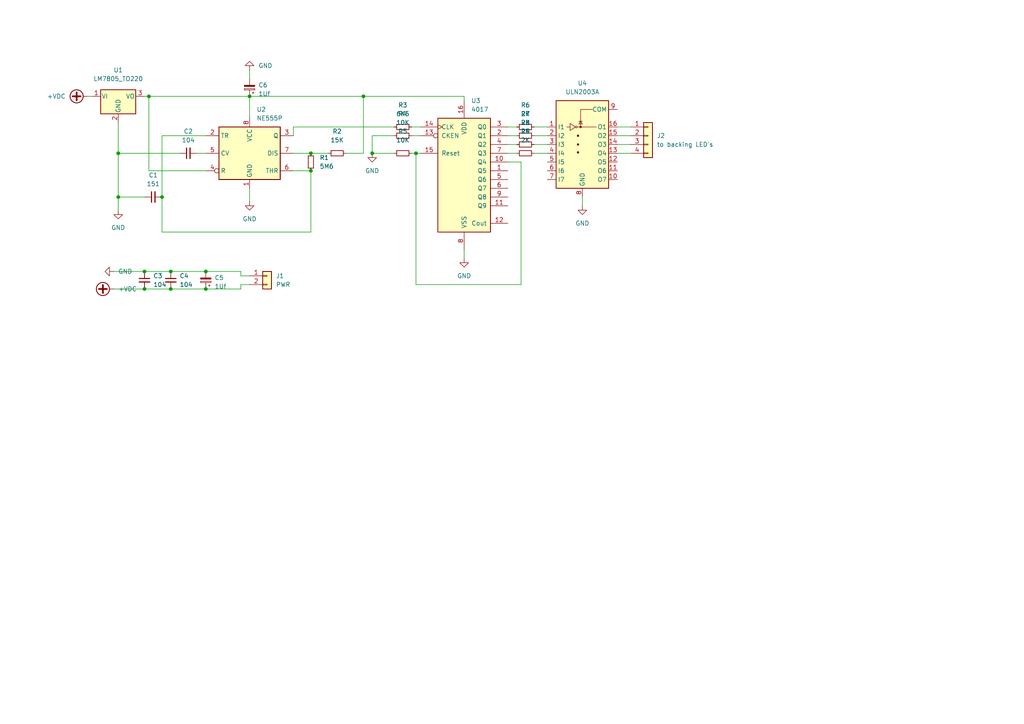
<source format=kicad_sch>
(kicad_sch (version 20211123) (generator eeschema)
  (paper "A4")
  (title_block (title "Light sequencer for backing LED's") (date "2022-09-24") (rev "1") (company "Kapz & Pon Electrix"))
  (lib_symbols
    (symbol "4xxx:4017" (pin_names (offset 1.016))
      (property "Reference" "U" (at -7.62 16.51 0))
      (property "Value" "4017" (at -7.62 -19.05 0))
      (symbol "4017_1_0"
        (pin output line (at 12.7 0 180) (length 5.08) (name "Q5") (number "1"))
        (pin output line (at 12.7 2.54 180) (length 5.08) (name "Q4") (number "10"))
        (pin output line (at 12.7 -10.16 180) (length 5.08) (name "Q9") (number "11"))
        (pin output line (at 12.7 -15.24 180) (length 5.08) (name "Cout") (number "12"))
        (pin input inverted (at -12.7 10.16 0) (length 5.08) (name "CKEN") (number "13"))
        (pin input clock (at -12.7 12.7 0) (length 5.08) (name "CLK") (number "14"))
        (pin input line (at -12.7 5.08 0) (length 5.08) (name "Reset") (number "15"))
        (pin power_in line (at 0 20.32 270) (length 5.08) (name "VDD") (number "16"))
        (pin output line (at 12.7 10.16 180) (length 5.08) (name "Q1") (number "2"))
        (pin output line (at 12.7 12.7 180) (length 5.08) (name "Q0") (number "3"))
        (pin output line (at 12.7 7.62 180) (length 5.08) (name "Q2") (number "4"))
        (pin output line (at 12.7 -2.54 180) (length 5.08) (name "Q6") (number "5"))
        (pin output line (at 12.7 -5.08 180) (length 5.08) (name "Q7") (number "6"))
        (pin output line (at 12.7 5.08 180) (length 5.08) (name "Q3") (number "7"))
        (pin power_in line (at 0 -22.86 90) (length 5.08) (name "VSS") (number "8"))
        (pin output line (at 12.7 -7.62 180) (length 5.08) (name "Q8") (number "9"))
      )
      (symbol "4017_1_1"
        (rectangle (start -7.62 15.24) (end 7.62 -17.78) (stroke (width 0.254)) (fill (type background)))
      )
    )
    (symbol "Connector_Generic:Conn_01x02" (pin_names (offset 1.016) hide)
      (property "Reference" "J" (at 0 2.54 0))
      (property "Value" "Conn_01x02" (at 0 -5.08 0))
      (symbol "Conn_01x02_1_1"
        (rectangle (start -1.27 -2.413) (end 0 -2.667) (stroke (width 0.1524)))
        (rectangle (start -1.27 0.127) (end 0 -0.127) (stroke (width 0.1524)))
        (rectangle (start -1.27 1.27) (end 1.27 -3.81) (stroke (width 0.254)) (fill (type background)))
        (pin passive line (at -5.08 0 0) (length 3.81) (name "Pin_1") (number "1"))
        (pin passive line (at -5.08 -2.54 0) (length 3.81) (name "Pin_2") (number "2"))
      )
    )
    (symbol "Connector_Generic:Conn_01x04" (pin_names (offset 1.016) hide)
      (property "Reference" "J" (at 0 5.08 0))
      (property "Value" "Conn_01x04" (at 0 -7.62 0))
      (symbol "Conn_01x04_1_1"
        (rectangle (start -1.27 -4.953) (end 0 -5.207) (stroke (width 0.1524)))
        (rectangle (start -1.27 -2.413) (end 0 -2.667) (stroke (width 0.1524)))
        (rectangle (start -1.27 0.127) (end 0 -0.127) (stroke (width 0.1524)))
        (rectangle (start -1.27 2.667) (end 0 2.413) (stroke (width 0.1524)))
        (rectangle (start -1.27 3.81) (end 1.27 -6.35) (stroke (width 0.254)) (fill (type background)))
        (pin passive line (at -5.08 2.54 0) (length 3.81) (name "Pin_1") (number "1"))
        (pin passive line (at -5.08 0 0) (length 3.81) (name "Pin_2") (number "2"))
        (pin passive line (at -5.08 -2.54 0) (length 3.81) (name "Pin_3") (number "3"))
        (pin passive line (at -5.08 -5.08 0) (length 3.81) (name "Pin_4") (number "4"))
      )
    )
    (symbol "Device:C_Polarized_Small" (pin_numbers hide) (pin_names (offset 0.254) hide)
      (property "Reference" "C" (at 0.254 1.778 0))
      (property "Value" "C_Polarized_Small" (at 0.254 -2.032 0))
      (symbol "C_Polarized_Small_0_1"
        (rectangle (start -1.524 -0.3048) (end 1.524 -0.6858) (fill (type outline)))
        (rectangle (start -1.524 0.6858) (end 1.524 0.3048))
        (polyline (pts (xy -1.27 1.524) (xy -0.762 1.524)))
        (polyline (pts (xy -1.016 1.27) (xy -1.016 1.778)))
      )
      (symbol "C_Polarized_Small_1_1"
        (pin passive line (at 0 2.54 270) (length 1.8542) (name "~") (number "1"))
        (pin passive line (at 0 -2.54 90) (length 1.8542) (name "~") (number "2"))
      )
    )
    (symbol "Device:C_Small" (pin_numbers hide) (pin_names (offset 0.254) hide)
      (property "Reference" "C" (at 0.254 1.778 0))
      (property "Value" "C_Small" (at 0.254 -2.032 0))
      (symbol "C_Small_0_1"
        (polyline (pts (xy -1.524 -0.508) (xy 1.524 -0.508)) (stroke (width 0.3302)))
        (polyline (pts (xy -1.524 0.508) (xy 1.524 0.508)) (stroke (width 0.3048)))
      )
      (symbol "C_Small_1_1"
        (pin passive line (at 0 2.54 270) (length 2.032) (name "~") (number "1"))
        (pin passive line (at 0 -2.54 90) (length 2.032) (name "~") (number "2"))
      )
    )
    (symbol "Device:R_Small" (pin_numbers hide) (pin_names (offset 0.254) hide)
      (property "Reference" "R" (at 0.762 0.508 0))
      (property "Value" "R_Small" (at 0.762 -1.016 0))
      (symbol "R_Small_0_1"
        (rectangle (start -0.762 1.778) (end 0.762 -1.778) (stroke (width 0.2032)))
      )
      (symbol "R_Small_1_1"
        (pin passive line (at 0 2.54 270) (length 0.762) (name "~") (number "1"))
        (pin passive line (at 0 -2.54 90) (length 0.762) (name "~") (number "2"))
      )
    )
    (symbol "Regulator_Linear:LM7805_TO220" (pin_names (offset 0.254))
      (property "Reference" "U" (at -3.81 3.175 0))
      (property "Value" "LM7805_TO220" (at 0 3.175 0))
      (symbol "LM7805_TO220_0_1"
        (rectangle (start -5.08 1.905) (end 5.08 -5.08) (stroke (width 0.254)) (fill (type background)))
      )
      (symbol "LM7805_TO220_1_1"
        (pin power_in line (at -7.62 0 0) (length 2.54) (name "VI") (number "1"))
        (pin power_in line (at 0 -7.62 90) (length 2.54) (name "GND") (number "2"))
        (pin power_out line (at 7.62 0 180) (length 2.54) (name "VO") (number "3"))
      )
    )
    (symbol "Timer:NE555P"
      (property "Reference" "U" (at -10.16 8.89 0))
      (property "Value" "NE555P" (at 2.54 8.89 0))
      (symbol "NE555P_0_0"
        (pin power_in line (at 0 -10.16 90) (length 2.54) (name "GND") (number "1"))
        (pin power_in line (at 0 10.16 270) (length 2.54) (name "VCC") (number "8"))
      )
      (symbol "NE555P_0_1"
        (rectangle (start -8.89 -7.62) (end 8.89 7.62) (stroke (width 0.254)) (fill (type background)))
        (rectangle (start -8.89 -7.62) (end 8.89 7.62) (stroke (width 0.254)) (fill (type background)))
      )
      (symbol "NE555P_1_1"
        (pin input line (at -12.7 5.08 0) (length 3.81) (name "TR") (number "2"))
        (pin output line (at 12.7 5.08 180) (length 3.81) (name "Q") (number "3"))
        (pin input inverted (at -12.7 -5.08 0) (length 3.81) (name "R") (number "4"))
        (pin input line (at -12.7 0 0) (length 3.81) (name "CV") (number "5"))
        (pin input line (at 12.7 -5.08 180) (length 3.81) (name "THR") (number "6"))
        (pin input line (at 12.7 0 180) (length 3.81) (name "DIS") (number "7"))
      )
    )
    (symbol "Transistor_Array:ULN2003A"
      (property "Reference" "U" (at 0 15.875 0))
      (property "Value" "ULN2003A" (at 0 13.97 0))
      (symbol "ULN2003A_0_1"
        (rectangle (start -7.62 -12.7) (end 7.62 12.7) (stroke (width 0.254)) (fill (type background)))
        (circle (center -1.778 5.08) (radius 0.254))
        (circle (center -1.27 -2.286) (radius 0.254) (fill (type outline)))
        (circle (center -1.27 0) (radius 0.254) (fill (type outline)))
        (circle (center -1.27 2.54) (radius 0.254) (fill (type outline)))
        (circle (center -0.508 5.08) (radius 0.254) (fill (type outline)))
        (polyline (pts (xy -4.572 5.08) (xy -3.556 5.08)))
        (polyline (pts (xy -1.524 5.08) (xy 4.064 5.08)))
        (polyline (pts (xy 0 6.731) (xy -1.016 6.731)))
        (polyline (pts (xy -0.508 5.08) (xy -0.508 10.16) (xy 2.921 10.16)))
        (polyline (pts (xy -3.556 6.096) (xy -3.556 4.064) (xy -2.032 5.08) (xy -3.556 6.096)))
        (polyline (pts (xy 0 5.969) (xy -1.016 5.969) (xy -0.508 6.731) (xy 0 5.969)))
      )
      (symbol "ULN2003A_1_1"
        (pin input line (at -10.16 5.08 0) (length 2.54) (name "I1") (number "1"))
        (pin open_collector line (at 10.16 -10.16 180) (length 2.54) (name "O7") (number "10"))
        (pin open_collector line (at 10.16 -7.62 180) (length 2.54) (name "O6") (number "11"))
        (pin open_collector line (at 10.16 -5.08 180) (length 2.54) (name "O5") (number "12"))
        (pin open_collector line (at 10.16 -2.54 180) (length 2.54) (name "O4") (number "13"))
        (pin open_collector line (at 10.16 0 180) (length 2.54) (name "O3") (number "14"))
        (pin open_collector line (at 10.16 2.54 180) (length 2.54) (name "O2") (number "15"))
        (pin open_collector line (at 10.16 5.08 180) (length 2.54) (name "O1") (number "16"))
        (pin input line (at -10.16 2.54 0) (length 2.54) (name "I2") (number "2"))
        (pin input line (at -10.16 0 0) (length 2.54) (name "I3") (number "3"))
        (pin input line (at -10.16 -2.54 0) (length 2.54) (name "I4") (number "4"))
        (pin input line (at -10.16 -5.08 0) (length 2.54) (name "I5") (number "5"))
        (pin input line (at -10.16 -7.62 0) (length 2.54) (name "I6") (number "6"))
        (pin input line (at -10.16 -10.16 0) (length 2.54) (name "I7") (number "7"))
        (pin power_in line (at 0 -15.24 90) (length 2.54) (name "GND") (number "8"))
        (pin passive line (at 10.16 10.16 180) (length 2.54) (name "COM") (number "9"))
      )
    )
    (symbol "power:+VDC" (power) (pin_names (offset 0))
      (property "Value" "+VDC" (at 0 6.35 0))
      (symbol "+VDC_0_1"
        (polyline (pts (xy -1.143 3.175) (xy 1.143 3.175)) (stroke (width 0.508)))
        (polyline (pts (xy 0 0) (xy 0 1.27)))
        (polyline (pts (xy 0 2.032) (xy 0 4.318)) (stroke (width 0.508)))
        (circle (center 0 3.175) (radius 1.905) (stroke (width 0.254)))
      )
      (symbol "+VDC_1_1"
        (pin power_in line (at 0 0 90) (length 0) hide (name "+VDC") (number "1"))
      )
    )
    (symbol "power:GND" (power) (pin_names (offset 0))
      (property "Value" "GND" (at 0 -3.81 0))
      (symbol "GND_0_1"
        (polyline (pts (xy 0 0) (xy 0 -1.27) (xy 1.27 -1.27) (xy 0 -2.54) (xy -1.27 -1.27) (xy 0 -1.27)))
      )
      (symbol "GND_1_1"
        (pin power_in line (at 0 0 270) (length 0) hide (name "GND") (number "1"))
      )
    )
  )
  (junction (at 34.29 57.15))
  (junction (at 49.53 78.74))
  (junction (at 120.65 44.45))
  (junction (at 59.69 78.74))
  (junction (at 90.17 49.53))
  (junction (at 43.18 27.94))
  (junction (at 72.39 27.94))
  (junction (at 90.17 44.45))
  (junction (at 107.95 44.45))
  (junction (at 105.41 27.94))
  (junction (at 59.69 83.82))
  (junction (at 41.91 83.82))
  (junction (at 49.53 83.82))
  (junction (at 34.29 44.45))
  (junction (at 41.91 78.74))
  (junction (at 46.99 57.15))
  (wire (pts (xy 69.85 80.01) (xy 69.85 78.74)))
  (wire (pts (xy 147.32 46.99) (xy 151.13 46.99)))
  (wire (pts (xy 34.29 44.45) (xy 34.29 57.15)))
  (wire (pts (xy 114.3 36.83) (xy 85.09 36.83)))
  (wire (pts (xy 49.53 83.82) (xy 59.69 83.82)))
  (wire (pts (xy 46.99 39.37) (xy 46.99 57.15)))
  (wire (pts (xy 41.91 57.15) (xy 34.29 57.15)))
  (wire (pts (xy 34.29 35.56) (xy 34.29 44.45)))
  (wire (pts (xy 41.91 83.82) (xy 49.53 83.82)))
  (wire (pts (xy 151.13 82.55) (xy 120.65 82.55)))
  (wire (pts (xy 57.15 44.45) (xy 59.69 44.45)))
  (wire (pts (xy 72.39 80.01) (xy 69.85 80.01)))
  (wire (pts (xy 107.95 39.37) (xy 107.95 44.45)))
  (wire (pts (xy 119.38 39.37) (xy 121.92 39.37)))
  (wire (pts (xy 114.3 39.37) (xy 107.95 39.37)))
  (wire (pts (xy 179.07 41.91) (xy 182.88 41.91)))
  (wire (pts (xy 34.29 44.45) (xy 52.07 44.45)))
  (wire (pts (xy 179.07 39.37) (xy 182.88 39.37)))
  (wire (pts (xy 119.38 44.45) (xy 120.65 44.45)))
  (wire (pts (xy 72.39 20.32) (xy 72.39 22.86)))
  (wire (pts (xy 59.69 49.53) (xy 43.18 49.53)))
  (wire (pts (xy 179.07 36.83) (xy 182.88 36.83)))
  (wire (pts (xy 120.65 44.45) (xy 121.92 44.45)))
  (wire (pts (xy 72.39 34.29) (xy 72.39 27.94)))
  (wire (pts (xy 41.91 78.74) (xy 49.53 78.74)))
  (wire (pts (xy 147.32 36.83) (xy 149.86 36.83)))
  (wire (pts (xy 119.38 36.83) (xy 121.92 36.83)))
  (wire (pts (xy 134.62 27.94) (xy 105.41 27.94)))
  (wire (pts (xy 90.17 44.45) (xy 95.25 44.45)))
  (wire (pts (xy 105.41 44.45) (xy 105.41 27.94)))
  (wire (pts (xy 154.94 41.91) (xy 158.75 41.91)))
  (wire (pts (xy 33.02 83.82) (xy 41.91 83.82)))
  (wire (pts (xy 90.17 67.31) (xy 90.17 49.53)))
  (wire (pts (xy 49.53 78.74) (xy 59.69 78.74)))
  (wire (pts (xy 69.85 83.82) (xy 69.85 82.55)))
  (wire (pts (xy 59.69 39.37) (xy 46.99 39.37)))
  (wire (pts (xy 72.39 54.61) (xy 72.39 58.42)))
  (wire (pts (xy 85.09 44.45) (xy 90.17 44.45)))
  (wire (pts (xy 69.85 78.74) (xy 59.69 78.74)))
  (wire (pts (xy 46.99 57.15) (xy 46.99 67.31)))
  (wire (pts (xy 154.94 39.37) (xy 158.75 39.37)))
  (wire (pts (xy 43.18 49.53) (xy 43.18 27.94)))
  (wire (pts (xy 100.33 44.45) (xy 105.41 44.45)))
  (wire (pts (xy 154.94 44.45) (xy 158.75 44.45)))
  (wire (pts (xy 154.94 36.83) (xy 158.75 36.83)))
  (wire (pts (xy 69.85 82.55) (xy 72.39 82.55)))
  (wire (pts (xy 85.09 36.83) (xy 85.09 39.37)))
  (wire (pts (xy 33.02 78.74) (xy 41.91 78.74)))
  (wire (pts (xy 147.32 39.37) (xy 149.86 39.37)))
  (wire (pts (xy 147.32 44.45) (xy 149.86 44.45)))
  (wire (pts (xy 25.4 27.94) (xy 26.67 27.94)))
  (wire (pts (xy 168.91 57.15) (xy 168.91 59.69)))
  (wire (pts (xy 85.09 49.53) (xy 90.17 49.53)))
  (wire (pts (xy 120.65 44.45) (xy 120.65 82.55)))
  (wire (pts (xy 72.39 27.94) (xy 43.18 27.94)))
  (wire (pts (xy 147.32 41.91) (xy 149.86 41.91)))
  (wire (pts (xy 43.18 27.94) (xy 41.91 27.94)))
  (wire (pts (xy 105.41 27.94) (xy 72.39 27.94)))
  (wire (pts (xy 134.62 72.39) (xy 134.62 74.93)))
  (wire (pts (xy 46.99 67.31) (xy 90.17 67.31)))
  (wire (pts (xy 34.29 57.15) (xy 34.29 60.96)))
  (wire (pts (xy 107.95 44.45) (xy 114.3 44.45)))
  (wire (pts (xy 151.13 46.99) (xy 151.13 82.55)))
  (wire (pts (xy 179.07 44.45) (xy 182.88 44.45)))
  (wire (pts (xy 134.62 29.21) (xy 134.62 27.94)))
  (wire (pts (xy 59.69 83.82) (xy 69.85 83.82)))
  (symbol (lib_id "power:GND") (at 107.95 44.45 0) (unit 1)
    (property "Reference" "#PWR06" (effects hide))
    (property "Value" "GND" (at 107.95 49.53 0))
  )
  (symbol (lib_id "power:+VDC") (at 25.4 27.94 90) (unit 1)
    (property "Reference" "#PWR01" (effects hide))
    (property "Value" "+VDC" (at 19.05 27.9399 90) (effects (justify left)))
  )
  (symbol (lib_id "Device:C_Small") (at 44.45 57.15 90) (unit 1)
    (property "Reference" "C1" (at 44.4563 50.8 90))
    (property "Value" "151" (at 44.4563 53.34 90))
    (property "Footprint" "Capacitor_THT:C_Disc_D5.0mm_W2.5mm_P5.00mm" (effects hide))
  )
  (symbol (lib_id "power:+VDC") (at 33.02 83.82 90) (unit 1)
    (property "Reference" "#PWR04" (effects hide))
    (property "Value" "+VDC" (at 34.29 83.8199 90) (effects (justify right)))
  )
  (symbol (lib_id "Device:R_Small") (at 152.4 39.37 270) (unit 1)
    (property "Reference" "R7" (at 152.4 33.02 90))
    (property "Value" "2K" (at 152.4 35.56 90))
    (property "Footprint" "Resistor_THT:R_Axial_DIN0204_L3.6mm_D1.6mm_P7.62mm_Horizontal" (effects hide))
  )
  (symbol (lib_id "Device:R_Small") (at 116.84 36.83 270) (unit 1)
    (property "Reference" "R3" (at 116.84 30.48 90))
    (property "Value" "6K5" (at 116.84 33.02 90))
    (property "Footprint" "Resistor_THT:R_Axial_DIN0204_L3.6mm_D1.6mm_P7.62mm_Horizontal" (effects hide))
  )
  (symbol (lib_id "Connector_Generic:Conn_01x04") (at 187.96 39.37 0) (unit 1)
    (property "Reference" "J2" (at 190.5 39.3699 0) (effects (justify left)))
    (property "Value" "to backing LED's" (at 190.5 41.9099 0) (effects (justify left)))
    (property "Footprint" "Connector_PinHeader_2.54mm:PinHeader_1x04_P2.54mm_Vertical" (effects hide))
  )
  (symbol (lib_id "Device:R_Small") (at 152.4 41.91 270) (unit 1)
    (property "Reference" "R8" (at 152.4 35.56 90))
    (property "Value" "2K" (at 152.4 38.1 90))
    (property "Footprint" "Resistor_THT:R_Axial_DIN0204_L3.6mm_D1.6mm_P7.62mm_Horizontal" (effects hide))
  )
  (symbol (lib_id "Transistor_Array:ULN2003A") (at 168.91 41.91 0) (unit 1)
    (property "Reference" "U4" (at 168.91 24.13 0))
    (property "Value" "ULN2003A" (at 168.91 26.67 0))
    (property "Footprint" "Package_DIP:DIP-16_W7.62mm" (effects hide))
    (property "Datasheet" "http://www.ti.com/lit/ds/symlink/uln2003a.pdf" (effects hide))
  )
  (symbol (lib_id "Device:R_Small") (at 90.17 46.99 180) (unit 1)
    (property "Reference" "R1" (at 92.71 45.7199 0) (effects (justify right)))
    (property "Value" "5M6" (at 92.71 48.2599 0) (effects (justify right)))
    (property "Footprint" "Resistor_THT:R_Axial_DIN0204_L3.6mm_D1.6mm_P7.62mm_Horizontal" (effects hide))
  )
  (symbol (lib_id "power:GND") (at 33.02 78.74 270) (unit 1)
    (property "Reference" "#PWR05" (effects hide))
    (property "Value" "GND" (at 34.29 78.7399 90) (effects (justify left)))
  )
  (symbol (lib_id "power:GND") (at 34.29 60.96 0) (unit 1)
    (property "Reference" "#PWR02" (effects hide))
    (property "Value" "GND" (at 34.29 66.04 0))
  )
  (symbol (lib_id "Device:C_Small") (at 41.91 81.28 0) (unit 1)
    (property "Reference" "C3" (at 44.45 80.0162 0) (effects (justify left)))
    (property "Value" "104" (at 44.45 82.5562 0) (effects (justify left)))
    (property "Footprint" "Capacitor_THT:C_Disc_D5.0mm_W2.5mm_P5.00mm" (effects hide))
  )
  (symbol (lib_id "Device:R_Small") (at 116.84 39.37 270) (unit 1)
    (property "Reference" "R4" (at 116.84 33.02 90))
    (property "Value" "10K" (at 116.84 35.56 90))
    (property "Footprint" "Resistor_THT:R_Axial_DIN0204_L3.6mm_D1.6mm_P7.62mm_Horizontal" (effects hide))
  )
  (symbol (lib_id "Connector_Generic:Conn_01x02") (at 77.47 80.01 0) (unit 1)
    (property "Reference" "J1" (at 80.01 80.0099 0) (effects (justify left)))
    (property "Value" "PWR" (at 80.01 82.5499 0) (effects (justify left)))
    (property "Footprint" "Connector_PinHeader_2.54mm:PinHeader_1x02_P2.54mm_Vertical" (effects hide))
  )
  (symbol (lib_id "Device:C_Small") (at 54.61 44.45 90) (unit 1)
    (property "Reference" "C2" (at 54.6163 38.1 90))
    (property "Value" "104" (at 54.6163 40.64 90))
    (property "Footprint" "Capacitor_THT:C_Disc_D5.0mm_W2.5mm_P5.00mm" (effects hide))
  )
  (symbol (lib_id "Device:R_Small") (at 152.4 36.83 270) (unit 1)
    (property "Reference" "R6" (at 152.4 30.48 90))
    (property "Value" "2K" (at 152.4 33.02 90))
    (property "Footprint" "Resistor_THT:R_Axial_DIN0204_L3.6mm_D1.6mm_P7.62mm_Horizontal" (effects hide))
  )
  (symbol (lib_id "Device:R_Small") (at 152.4 44.45 270) (unit 1)
    (property "Reference" "R9" (at 152.4 38.1 90))
    (property "Value" "2K" (at 152.4 40.64 90))
    (property "Footprint" "Resistor_THT:R_Axial_DIN0204_L3.6mm_D1.6mm_P7.62mm_Horizontal" (effects hide))
  )
  (symbol (lib_id "Device:R_Small") (at 97.79 44.45 270) (unit 1)
    (property "Reference" "R2" (at 97.79 38.1 90))
    (property "Value" "15K" (at 97.79 40.64 90))
    (property "Footprint" "Resistor_THT:R_Axial_DIN0204_L3.6mm_D1.6mm_P7.62mm_Horizontal" (effects hide))
  )
  (symbol (lib_id "power:GND") (at 72.39 58.42 0) (unit 1)
    (property "Reference" "#PWR03" (effects hide))
    (property "Value" "GND" (at 72.39 63.5 0))
  )
  (symbol (lib_id "power:GND") (at 72.39 20.32 180) (unit 1)
    (property "Reference" "#PWR0101" (effects hide))
    (property "Value" "GND" (at 74.93 19.0499 0) (effects (justify right)))
  )
  (symbol (lib_id "Timer:NE555P") (at 72.39 44.45 0) (unit 1)
    (property "Reference" "U2" (at 74.4094 31.75 0) (effects (justify left)))
    (property "Value" "NE555P" (at 74.4094 34.29 0) (effects (justify left)))
    (property "Footprint" "Package_DIP:DIP-8_W7.62mm" (effects hide))
    (property "Datasheet" "http://www.ti.com/lit/ds/symlink/ne555.pdf" (effects hide))
  )
  (symbol (lib_id "Regulator_Linear:LM7805_TO220") (at 34.29 27.94 0) (unit 1)
    (property "Reference" "U1" (at 34.29 20.32 0))
    (property "Value" "LM7805_TO220" (at 34.29 22.86 0))
    (property "Footprint" "Package_TO_SOT_THT:TO-220-3_Vertical" (effects hide))
    (property "Datasheet" "https://www.onsemi.cn/PowerSolutions/document/MC7800-D.PDF" (effects hide))
  )
  (symbol (lib_id "Device:C_Polarized_Small") (at 72.39 25.4 180) (unit 1)
    (property "Reference" "C6" (at 74.93 24.676 0) (effects (justify right)))
    (property "Value" "1Uf" (at 74.93 27.216 0) (effects (justify right)))
    (property "Footprint" "Capacitor_THT:CP_Radial_D5.0mm_P2.50mm" (effects hide))
  )
  (symbol (lib_id "power:GND") (at 168.91 59.69 0) (unit 1)
    (property "Reference" "#PWR08" (effects hide))
    (property "Value" "GND" (at 168.91 64.77 0))
  )
  (symbol (lib_id "4xxx:4017") (at 134.62 49.53 0) (unit 1)
    (property "Reference" "U3" (at 136.6394 29.21 0) (effects (justify left)))
    (property "Value" "4017" (at 136.6394 31.75 0) (effects (justify left)))
    (property "Footprint" "Package_DIP:DIP-16_W7.62mm" (effects hide))
    (property "Datasheet" "http://www.intersil.com/content/dam/Intersil/documents/cd40/cd4017bms-22bms.pdf" (effects hide))
  )
  (symbol (lib_id "Device:C_Small") (at 49.53 81.28 0) (unit 1)
    (property "Reference" "C4" (at 52.07 80.0162 0) (effects (justify left)))
    (property "Value" "104" (at 52.07 82.5562 0) (effects (justify left)))
    (property "Footprint" "Capacitor_THT:C_Disc_D5.0mm_W2.5mm_P5.00mm" (effects hide))
  )
  (symbol (lib_id "power:GND") (at 134.62 74.93 0) (unit 1)
    (property "Reference" "#PWR07" (effects hide))
    (property "Value" "GND" (at 134.62 80.01 0))
  )
  (symbol (lib_id "Device:R_Small") (at 116.84 44.45 270) (unit 1)
    (property "Reference" "R5" (at 116.84 38.1 90))
    (property "Value" "10K" (at 116.84 40.64 90))
    (property "Footprint" "Resistor_THT:R_Axial_DIN0204_L3.6mm_D1.6mm_P7.62mm_Horizontal" (effects hide))
  )
  (symbol (lib_id "Device:C_Polarized_Small") (at 59.69 81.28 180) (unit 1)
    (property "Reference" "C5" (at 62.23 80.556 0) (effects (justify right)))
    (property "Value" "1Uf" (at 62.23 83.096 0) (effects (justify right)))
    (property "Footprint" "Capacitor_THT:CP_Radial_D5.0mm_P2.50mm" (effects hide))
  )
)
</source>
